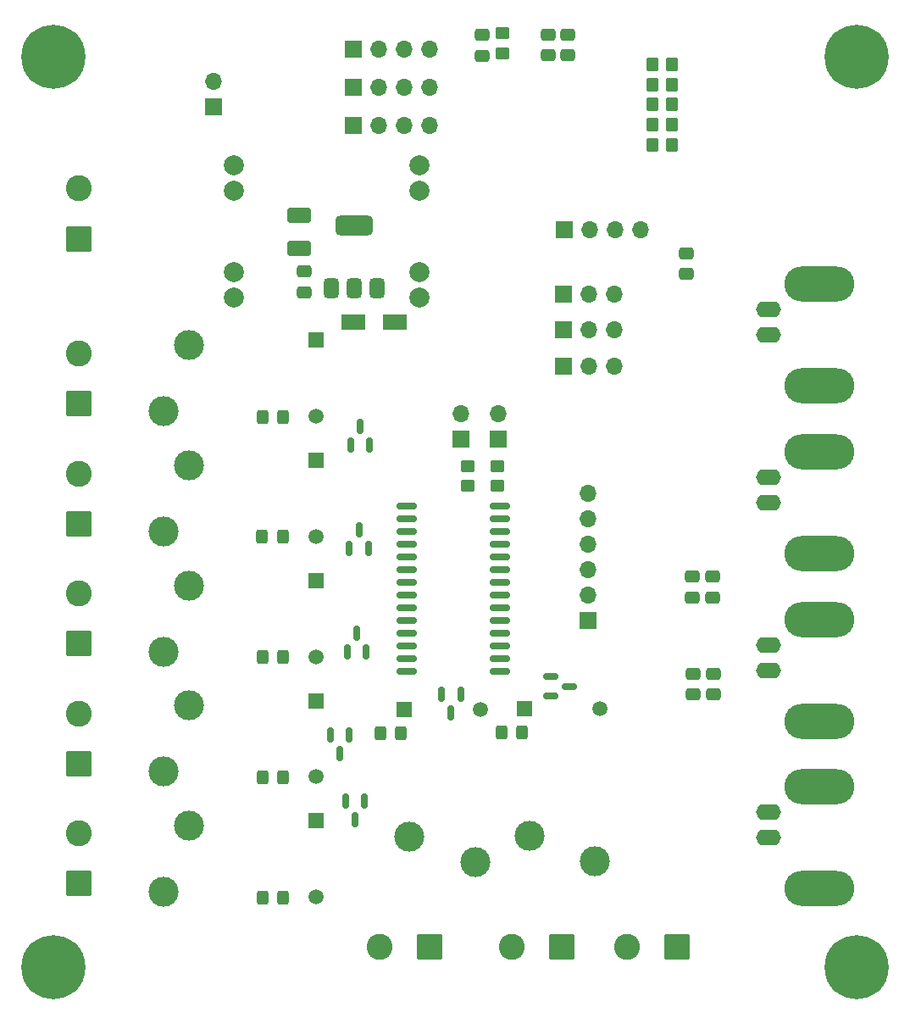
<source format=gbr>
%TF.GenerationSoftware,KiCad,Pcbnew,9.0.0*%
%TF.CreationDate,2025-03-11T10:11:04+01:00*%
%TF.ProjectId,PCB_Watersysteem,5043425f-5761-4746-9572-737973746565,rev?*%
%TF.SameCoordinates,Original*%
%TF.FileFunction,Soldermask,Bot*%
%TF.FilePolarity,Negative*%
%FSLAX46Y46*%
G04 Gerber Fmt 4.6, Leading zero omitted, Abs format (unit mm)*
G04 Created by KiCad (PCBNEW 9.0.0) date 2025-03-11 10:11:04*
%MOMM*%
%LPD*%
G01*
G04 APERTURE LIST*
G04 Aperture macros list*
%AMRoundRect*
0 Rectangle with rounded corners*
0 $1 Rounding radius*
0 $2 $3 $4 $5 $6 $7 $8 $9 X,Y pos of 4 corners*
0 Add a 4 corners polygon primitive as box body*
4,1,4,$2,$3,$4,$5,$6,$7,$8,$9,$2,$3,0*
0 Add four circle primitives for the rounded corners*
1,1,$1+$1,$2,$3*
1,1,$1+$1,$4,$5*
1,1,$1+$1,$6,$7*
1,1,$1+$1,$8,$9*
0 Add four rect primitives between the rounded corners*
20,1,$1+$1,$2,$3,$4,$5,0*
20,1,$1+$1,$4,$5,$6,$7,0*
20,1,$1+$1,$6,$7,$8,$9,0*
20,1,$1+$1,$8,$9,$2,$3,0*%
G04 Aperture macros list end*
%ADD10RoundRect,0.250000X1.050000X-1.050000X1.050000X1.050000X-1.050000X1.050000X-1.050000X-1.050000X0*%
%ADD11C,2.600000*%
%ADD12RoundRect,0.250000X-0.325000X-0.450000X0.325000X-0.450000X0.325000X0.450000X-0.325000X0.450000X0*%
%ADD13R,1.700000X1.700000*%
%ADD14O,1.700000X1.700000*%
%ADD15R,1.500000X1.500000*%
%ADD16C,3.000000*%
%ADD17C,1.500000*%
%ADD18RoundRect,0.250000X1.050000X1.050000X-1.050000X1.050000X-1.050000X-1.050000X1.050000X-1.050000X0*%
%ADD19C,3.600000*%
%ADD20C,6.400000*%
%ADD21C,2.000000*%
%ADD22O,2.500000X1.600000*%
%ADD23O,7.000000X3.500000*%
%ADD24RoundRect,0.250000X0.350000X0.450000X-0.350000X0.450000X-0.350000X-0.450000X0.350000X-0.450000X0*%
%ADD25RoundRect,0.150000X0.150000X-0.587500X0.150000X0.587500X-0.150000X0.587500X-0.150000X-0.587500X0*%
%ADD26RoundRect,0.250000X-0.475000X0.337500X-0.475000X-0.337500X0.475000X-0.337500X0.475000X0.337500X0*%
%ADD27RoundRect,0.250000X0.475000X-0.337500X0.475000X0.337500X-0.475000X0.337500X-0.475000X-0.337500X0*%
%ADD28RoundRect,0.250000X-0.350000X-0.450000X0.350000X-0.450000X0.350000X0.450000X-0.350000X0.450000X0*%
%ADD29RoundRect,0.150000X-0.150000X0.587500X-0.150000X-0.587500X0.150000X-0.587500X0.150000X0.587500X0*%
%ADD30RoundRect,0.150000X0.875000X0.150000X-0.875000X0.150000X-0.875000X-0.150000X0.875000X-0.150000X0*%
%ADD31RoundRect,0.250001X-0.924999X0.499999X-0.924999X-0.499999X0.924999X-0.499999X0.924999X0.499999X0*%
%ADD32RoundRect,0.250000X0.450000X-0.350000X0.450000X0.350000X-0.450000X0.350000X-0.450000X-0.350000X0*%
%ADD33RoundRect,0.150000X-0.587500X-0.150000X0.587500X-0.150000X0.587500X0.150000X-0.587500X0.150000X0*%
%ADD34RoundRect,0.250000X-0.450000X0.350000X-0.450000X-0.350000X0.450000X-0.350000X0.450000X0.350000X0*%
%ADD35RoundRect,0.375000X0.375000X-0.625000X0.375000X0.625000X-0.375000X0.625000X-0.375000X-0.625000X0*%
%ADD36RoundRect,0.500000X1.400000X-0.500000X1.400000X0.500000X-1.400000X0.500000X-1.400000X-0.500000X0*%
%ADD37R,2.400000X1.550000*%
G04 APERTURE END LIST*
D10*
%TO.C,J16*%
X47498000Y-113157000D03*
D11*
X47498000Y-108157000D03*
%TD*%
D10*
%TO.C,J20*%
X47472600Y-137109200D03*
D11*
X47472600Y-132109200D03*
%TD*%
D10*
%TO.C,J12*%
X47498000Y-101189800D03*
D11*
X47498000Y-96189800D03*
%TD*%
D10*
%TO.C,J6*%
X47523400Y-89154000D03*
D11*
X47523400Y-84154000D03*
%TD*%
D10*
%TO.C,J5*%
X47523400Y-72694800D03*
D11*
X47523400Y-67694800D03*
%TD*%
D10*
%TO.C,J17*%
X47472600Y-125171200D03*
D11*
X47472600Y-120171200D03*
%TD*%
D12*
%TO.C,D10*%
X65887600Y-138506200D03*
X67937600Y-138506200D03*
%TD*%
%TO.C,D9*%
X65878600Y-126492000D03*
X67928600Y-126492000D03*
%TD*%
%TO.C,D8*%
X77638800Y-122072400D03*
X79688800Y-122072400D03*
%TD*%
%TO.C,D7*%
X89729200Y-121996200D03*
X91779200Y-121996200D03*
%TD*%
%TO.C,D6*%
X65904000Y-114503200D03*
X67954000Y-114503200D03*
%TD*%
%TO.C,D5*%
X65827800Y-102463600D03*
X67877800Y-102463600D03*
%TD*%
%TO.C,D4*%
X65904000Y-90551000D03*
X67954000Y-90551000D03*
%TD*%
D13*
%TO.C,J11*%
X95920000Y-85400000D03*
D14*
X98460000Y-85400000D03*
X101000000Y-85400000D03*
%TD*%
D13*
%TO.C,J9*%
X95900000Y-81800000D03*
D14*
X98440000Y-81800000D03*
X100980000Y-81800000D03*
%TD*%
D15*
%TO.C,K1*%
X71180000Y-82830000D03*
D16*
X58480000Y-83330000D03*
X55940000Y-89930000D03*
D17*
X71180000Y-90430000D03*
%TD*%
D18*
%TO.C,J22*%
X82600000Y-143400000D03*
D11*
X77600000Y-143400000D03*
%TD*%
D13*
%TO.C,J18*%
X98400000Y-110800000D03*
D14*
X98400000Y-108260000D03*
X98400000Y-105720000D03*
X98400000Y-103180000D03*
X98400000Y-100640000D03*
X98400000Y-98100000D03*
%TD*%
D18*
%TO.C,J24*%
X107300000Y-143400000D03*
D11*
X102300000Y-143400000D03*
%TD*%
D15*
%TO.C,K3*%
X71200000Y-106833333D03*
D16*
X58500000Y-107333333D03*
X55960000Y-113933333D03*
D17*
X71200000Y-114433333D03*
%TD*%
D19*
%TO.C,H2*%
X125250000Y-54500000D03*
D20*
X125250000Y-54500000D03*
%TD*%
D13*
%TO.C,J14*%
X89400000Y-92740000D03*
D14*
X89400000Y-90200000D03*
%TD*%
D15*
%TO.C,K7*%
X71190000Y-130840000D03*
D16*
X58490000Y-131340000D03*
X55950000Y-137940000D03*
D17*
X71190000Y-138440000D03*
%TD*%
D21*
%TO.C,U1*%
X63000000Y-65332000D03*
X63000000Y-67872000D03*
X63000000Y-76000000D03*
X63000000Y-78540000D03*
X81542000Y-76000000D03*
X81542000Y-78540000D03*
X81542000Y-65332000D03*
X81542000Y-67872000D03*
%TD*%
D19*
%TO.C,H1*%
X45000000Y-54500000D03*
D20*
X45000000Y-54500000D03*
%TD*%
D19*
%TO.C,H4*%
X125250000Y-145500000D03*
D20*
X125250000Y-145500000D03*
%TD*%
D22*
%TO.C,J21*%
X116400000Y-132540000D03*
D23*
X121480000Y-127460000D03*
D22*
X116400000Y-130000000D03*
D23*
X121480000Y-137620000D03*
%TD*%
D13*
%TO.C,J1*%
X74980000Y-53750000D03*
D14*
X77520000Y-53750000D03*
X80060000Y-53750000D03*
X82600000Y-53750000D03*
%TD*%
D18*
%TO.C,J23*%
X95800000Y-143400000D03*
D11*
X90800000Y-143400000D03*
%TD*%
D13*
%TO.C,J8*%
X95895000Y-78200000D03*
D14*
X98435000Y-78200000D03*
X100975000Y-78200000D03*
%TD*%
D13*
%TO.C,J4*%
X61000000Y-59540000D03*
D14*
X61000000Y-57000000D03*
%TD*%
D15*
%TO.C,K4*%
X71200000Y-118840000D03*
D16*
X58500000Y-119340000D03*
X55960000Y-125940000D03*
D17*
X71200000Y-126440000D03*
%TD*%
D22*
%TO.C,J10*%
X116400000Y-82290000D03*
D23*
X121480000Y-77210000D03*
D22*
X116400000Y-79750000D03*
D23*
X121480000Y-87370000D03*
%TD*%
D13*
%TO.C,J7*%
X96000000Y-71800000D03*
D14*
X98540000Y-71800000D03*
X101080000Y-71800000D03*
X103620000Y-71800000D03*
%TD*%
D13*
%TO.C,J13*%
X85700000Y-92740000D03*
D14*
X85700000Y-90200000D03*
%TD*%
D22*
%TO.C,J15*%
X116400000Y-99040000D03*
D23*
X121480000Y-93960000D03*
D22*
X116400000Y-96500000D03*
D23*
X121480000Y-104120000D03*
%TD*%
D15*
%TO.C,K6*%
X92010000Y-119680000D03*
D16*
X92510000Y-132380000D03*
X99110000Y-134920000D03*
D17*
X99610000Y-119680000D03*
%TD*%
D15*
%TO.C,K5*%
X80000000Y-119700000D03*
D16*
X80500000Y-132400000D03*
X87100000Y-134940000D03*
D17*
X87600000Y-119700000D03*
%TD*%
D19*
%TO.C,H3*%
X45000000Y-145500000D03*
D20*
X45000000Y-145500000D03*
%TD*%
D13*
%TO.C,J3*%
X74980000Y-61350000D03*
D14*
X77520000Y-61350000D03*
X80060000Y-61350000D03*
X82600000Y-61350000D03*
%TD*%
D15*
%TO.C,K2*%
X71180000Y-94840000D03*
D16*
X58480000Y-95340000D03*
X55940000Y-101940000D03*
D17*
X71180000Y-102440000D03*
%TD*%
D13*
%TO.C,J2*%
X74980000Y-57550000D03*
D14*
X77520000Y-57550000D03*
X80060000Y-57550000D03*
X82600000Y-57550000D03*
%TD*%
D22*
%TO.C,J19*%
X116400000Y-115790000D03*
D23*
X121480000Y-110710000D03*
D22*
X116400000Y-113250000D03*
D23*
X121480000Y-120870000D03*
%TD*%
D24*
%TO.C,R13*%
X106800000Y-63300000D03*
X104800000Y-63300000D03*
%TD*%
D25*
%TO.C,Q1*%
X76550000Y-93337500D03*
X74650000Y-93337500D03*
X75600000Y-91462500D03*
%TD*%
D26*
%TO.C,C14*%
X108900000Y-116162500D03*
X108900000Y-118237500D03*
%TD*%
%TO.C,C13*%
X110900000Y-116162500D03*
X110900000Y-118237500D03*
%TD*%
D25*
%TO.C,Q3*%
X76250000Y-114000000D03*
X74350000Y-114000000D03*
X75300000Y-112125000D03*
%TD*%
D27*
%TO.C,C12*%
X108800000Y-108537500D03*
X108800000Y-106462500D03*
%TD*%
D28*
%TO.C,R11*%
X104800000Y-59300000D03*
X106800000Y-59300000D03*
%TD*%
D29*
%TO.C,Q6*%
X72650000Y-122262500D03*
X74550000Y-122262500D03*
X73600000Y-124137500D03*
%TD*%
D30*
%TO.C,U5*%
X89600000Y-99370000D03*
X89600000Y-100640000D03*
X89600000Y-101910000D03*
X89600000Y-103180000D03*
X89600000Y-104450000D03*
X89600000Y-105720000D03*
X89600000Y-106990000D03*
X89600000Y-108260000D03*
X89600000Y-109530000D03*
X89600000Y-110800000D03*
X89600000Y-112070000D03*
X89600000Y-113340000D03*
X89600000Y-114610000D03*
X89600000Y-115880000D03*
X80300000Y-115880000D03*
X80300000Y-114610000D03*
X80300000Y-113340000D03*
X80300000Y-112070000D03*
X80300000Y-110800000D03*
X80300000Y-109530000D03*
X80300000Y-108260000D03*
X80300000Y-106990000D03*
X80300000Y-105720000D03*
X80300000Y-104450000D03*
X80300000Y-103180000D03*
X80300000Y-101910000D03*
X80300000Y-100640000D03*
X80300000Y-99370000D03*
%TD*%
D31*
%TO.C,C8*%
X69500000Y-70375000D03*
X69500000Y-73625000D03*
%TD*%
D27*
%TO.C,C11*%
X110800000Y-108537500D03*
X110800000Y-106462500D03*
%TD*%
D32*
%TO.C,R9*%
X89800000Y-54200000D03*
X89800000Y-52200000D03*
%TD*%
D33*
%TO.C,Q4*%
X94662500Y-118350000D03*
X94662500Y-116450000D03*
X96537500Y-117400000D03*
%TD*%
D28*
%TO.C,R10*%
X104800000Y-57300000D03*
X106800000Y-57300000D03*
%TD*%
%TO.C,R12*%
X104800000Y-61300000D03*
X106800000Y-61300000D03*
%TD*%
D26*
%TO.C,C10*%
X108200000Y-74162500D03*
X108200000Y-76237500D03*
%TD*%
%TO.C,C6*%
X94400000Y-52325000D03*
X94400000Y-54400000D03*
%TD*%
D34*
%TO.C,R15*%
X86400000Y-95400000D03*
X86400000Y-97400000D03*
%TD*%
D27*
%TO.C,C9*%
X70000000Y-78037500D03*
X70000000Y-75962500D03*
%TD*%
D26*
%TO.C,C5*%
X96398000Y-52325000D03*
X96398000Y-54400000D03*
%TD*%
D25*
%TO.C,Q2*%
X76450000Y-103637500D03*
X74550000Y-103637500D03*
X75500000Y-101762500D03*
%TD*%
D35*
%TO.C,U4*%
X77300000Y-77650000D03*
X75000000Y-77650000D03*
D36*
X75000000Y-71350000D03*
D35*
X72700000Y-77650000D03*
%TD*%
D29*
%TO.C,Q5*%
X83750000Y-118225000D03*
X85650000Y-118225000D03*
X84700000Y-120100000D03*
%TD*%
D27*
%TO.C,C7*%
X87800000Y-54437500D03*
X87800000Y-52362500D03*
%TD*%
D28*
%TO.C,R8*%
X104800000Y-55300000D03*
X106800000Y-55300000D03*
%TD*%
D37*
%TO.C,D3*%
X74900000Y-81000000D03*
X79100000Y-81000000D03*
%TD*%
D29*
%TO.C,Q7*%
X74150000Y-128862500D03*
X76050000Y-128862500D03*
X75100000Y-130737500D03*
%TD*%
D34*
%TO.C,R14*%
X89300000Y-95400000D03*
X89300000Y-97400000D03*
%TD*%
M02*

</source>
